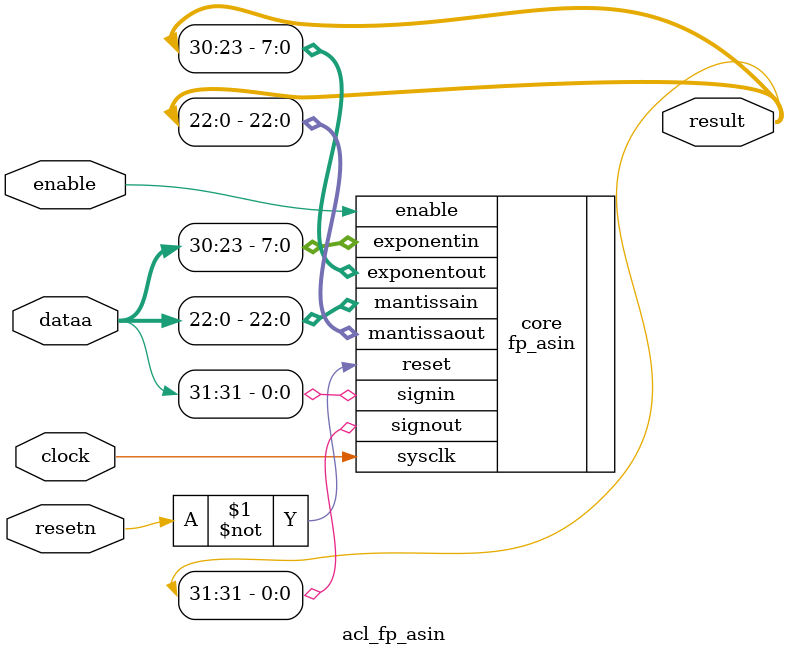
<source format=v>
    


module acl_fp_asin(clock, resetn, enable, dataa, result);
  input clock, resetn, enable;
  input [31:0] dataa;
  output [31:0] result;
  
  fp_asin core(
      .sysclk(clock),
      .reset(~resetn),
      .enable(enable),
      .signin(dataa[31]),
      .exponentin(dataa[30:23]),
      .mantissain(dataa[22:0]),
      .signout(result[31]),
      .exponentout(result[30:23]),
      .mantissaout(result[22:0])
		);

endmodule


</source>
